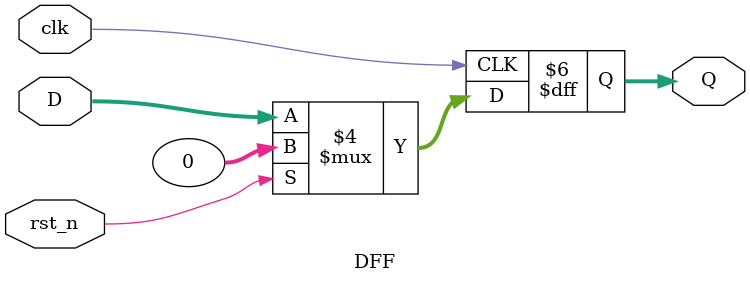
<source format=v>
`timescale 1ns / 1ps

module FIR_filter(
    input clk,
    input rst_n,
    input signed [15:0] data_in,
    output reg signed [31:0] data_out
    );
    wire signed [15:0] H0,H1,H2,H3,H4,H5,H6,H7,H8,H9,H10,H11,H12,H13,H14,H15,H16,H17,H18,H19,H20,H21,H22,H23,H24,H25,H26;
    wire signed [31:0] CM0,CM1,CM2,CM3,CM4,CM5,CM6,CM7,CM8,CM9,CM10,CM11,CM12,CM13,CM14,CM15,CM16,CM17,CM18,CM19,CM20,CM21,CM22,CM23,CM24,CM25,CM26,
                       addo1,addo2,addo3,addo4,addo5,addo6,addo7,addo8,addo9,addo10,addo11,addo12,addo13,addo14,addo15,addo16,addo17,addo18,addo19,addo20,
                       addo21,addo22,addo23,addo24,addo25,addo26;
    wire signed [31:0] Q1,Q2,Q3,Q4,Q5,Q6,Q7,Q8,Q9,Q10,Q11,Q12,Q13,Q14,Q15,Q16,Q17,Q18,Q19,Q20,Q21,Q22,Q23,Q24,Q25,Q26;
    //filter coefficient 
    assign H0= -255;
    assign H1= -260;
    assign H2= -312;
    assign H3= -288;
    assign H4= -144;
    assign H5= 153;
    assign H6= 616;
    assign H7= 1233;
    assign H8= 1963;
    assign H9= 2739;
    assign H10= 3474;
    assign H11= 4081;
    assign H12= 4481;
    assign H13= 4620;
    assign H14= 4481;
    assign H15= 4081;
    assign H16= 3474;
    assign H17= 2739;
    assign H18= 1963;
    assign H19= 1233;
    assign H20= 616;
    assign H21= 153;
    assign H22= -144;
    assign H23= -288;
    assign H24= -312;
    assign H25= -260;
    assign H26= -255;
    
    //Constant multiplication
    assign CM26= H26 * data_in;
    assign CM25= H25 * data_in;
    assign CM24= H24 * data_in;
    assign CM23= H23 * data_in;
    assign CM22= H22 * data_in;
    assign CM21= H21 * data_in;
    assign CM20= H20 * data_in;
    assign CM19= H19 * data_in;
    assign CM18= H18 * data_in;
    assign CM17= H17 * data_in;
    assign CM16= H16 * data_in;
    assign CM15= H15 * data_in;
    assign CM14= H14 * data_in;
    assign CM13= H13 * data_in;
    assign CM12= H12 * data_in;
    assign CM11= H11 * data_in;
    assign CM10= H10 * data_in;
    assign CM9= H9 * data_in;
    assign CM8= H8 * data_in;
    assign CM7= H7 * data_in;
    assign CM6= H6 * data_in;
    assign CM5= H5 * data_in;
    assign CM4= H4 * data_in;
    assign CM3= H3 * data_in;
    assign CM2= H2 * data_in;
    assign CM1= H1 * data_in;
    assign CM0= H0 * data_in;
    
    //adding the terms
    assign addo1 = Q1 + CM25;
    assign addo2 = Q2 + CM24;
    assign addo3 = Q3 + CM23;
    assign addo4 = Q4 + CM22;
    assign addo5 = Q5 + CM21;
    assign addo6 = Q6 + CM20;
    assign addo7 = Q7 + CM19;
    assign addo8 = Q8 + CM18;
    assign addo9 = Q9 + CM17;
    assign addo10 = Q10 + CM16;
    assign addo11 = Q11 + CM15;
    assign addo12 = Q12 + CM14;
    assign addo13 = Q13 + CM13;
    assign addo14 = Q14 + CM12;
    assign addo15 = Q15 + CM11;
    assign addo16 = Q16 + CM10;
    assign addo17 = Q17 + CM9;
    assign addo18 = Q18 + CM8;
    assign addo19 = Q19 + CM7;
    assign addo20 = Q20 + CM6;
    assign addo21 = Q21 + CM5;
    assign addo22 = Q22 + CM4;
    assign addo23 = Q23 + CM3;
    assign addo24 = Q24 + CM2;
    assign addo25 = Q25 + CM1;
    assign addo26 = Q26 + CM0;
    
    //FF for each step
    DFF dff1 (.clk(clk),.D(CM26),.Q(Q1));
    DFF dff2 (.clk(clk),.D(addo1),.Q(Q2));
    DFF dff3 (.clk(clk),.D(addo2),.Q(Q3));
    DFF dff4 (.clk(clk),.D(addo3),.Q(Q4));
    DFF dff5 (.clk(clk),.D(addo4),.Q(Q5));
    DFF dff6 (.clk(clk),.D(addo5),.Q(Q6));
    DFF dff7 (.clk(clk),.D(addo6),.Q(Q7));
    DFF dff8 (.clk(clk),.D(addo7),.Q(Q8));
    DFF dff9 (.clk(clk),.D(addo8),.Q(Q9));
    DFF dff10 (.clk(clk),.D(addo9),.Q(Q10));
    DFF dff11 (.clk(clk),.D(addo10),.Q(Q11));
    DFF dff12 (.clk(clk),.D(addo11),.Q(Q12));
    DFF dff13 (.clk(clk),.D(addo12),.Q(Q13));
    DFF dff14 (.clk(clk),.D(addo13),.Q(Q14));
    DFF dff15 (.clk(clk),.D(addo14),.Q(Q15));
    DFF dff16 (.clk(clk),.D(addo15),.Q(Q16));
    DFF dff17 (.clk(clk),.D(addo16),.Q(Q17));
    DFF dff18 (.clk(clk),.D(addo17),.Q(Q18));
    DFF dff19 (.clk(clk),.D(addo18),.Q(Q19));
    DFF dff20 (.clk(clk),.D(addo19),.Q(Q20));
    DFF dff21 (.clk(clk),.D(addo20),.Q(Q21));
    DFF dff22 (.clk(clk),.D(addo21),.Q(Q22));
    DFF dff23 (.clk(clk),.D(addo22),.Q(Q23));
    DFF dff24 (.clk(clk),.D(addo23),.Q(Q24));
    DFF dff25 (.clk(clk),.D(addo24),.Q(Q25));
    DFF dff26 (.clk(clk),.D(addo25),.Q(Q26));
    
 always@ (posedge clk)
        data_out <= addo26; 
endmodule

//D filp flop
module DFF(
        input clk,
        input rst_n,
        input [31:0] D,
        output reg [31:0] Q
        );
    
    always@ (posedge clk)begin
        if(rst_n==1)
            begin
                Q = 0;
            end
        else
            begin
                Q = D;
            end
   end    
endmodule
</source>
